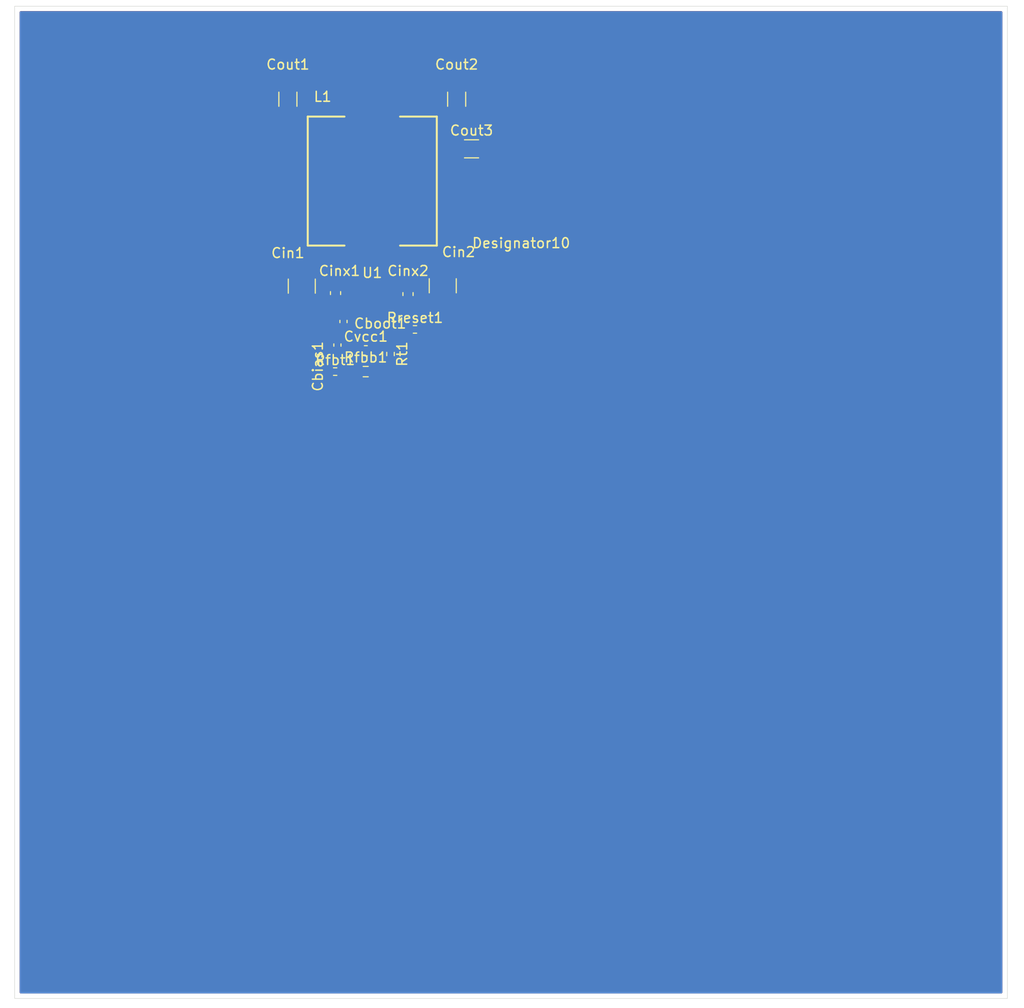
<source format=kicad_pcb>
(kicad_pcb (version 20241229) (generator "pcbnew") (generator_version "9.0")
  (layers (0 "F.Cu" mixed) (4 "In1.Cu" mixed) (6 "In2.Cu" power) (2 "B.Cu" power) (13 "F.Paste" user) (15 "B.Paste" user) (5 "F.SilkS" user "F.Silkscreen") (7 "B.SilkS" user "B.Silkscreen") (1 "F.Mask" user) (3 "B.Mask" user) (25 "Edge.Cuts" user))
  (net 0 "")
  (net 1 "GND")
  (net 2 "Vo1")
  (net 3 "Net-(U1-CBOOT)")
  (net 4 "Net-(U1-SW)")
  (net 5 "VIN")
  (net 6 "Net-(U1-VCC)")
  (net 7 "Net-(U1-FB)")
  (net 8 "Net-(U1-RESET)")
  (net 9 "Net-(U1-RT)")
  (net 10 "EN1")
  (footprint "Capacitor_SMD:C_0402_1005Metric_Pad0.74x0.62mm_HandSolder" (layer "F.Cu") (at 108.987999 87.275 -90)
    (property "Reference" "Cbias1" (at 2.15 1.975 90) (layer "F.SilkS"))
    (property "Value" "100n")
    (fp_line (start -0.115835 0.36) (end 0.115835 0.36) (stroke (width 0.12)) (layer "F.SilkS"))
    (fp_line (start -0.115835 -0.36) (end 0.115835 -0.36) (stroke (width 0.12)) (layer "F.SilkS"))
    (pad "1" smd roundrect (at -0.5675 0 270) (size 0.735 0.62) (layers "F.Cu" "F.Mask" "F.Paste") (net 2 "Vo1"))
    (pad "2" smd roundrect (at 0.5675 0 270) (size 0.735 0.62) (layers "F.Cu" "F.Mask" "F.Paste") (net 1 "GND"))
  )
  (footprint "Capacitor_SMD:C_0402_1005Metric_Pad0.74x0.62mm_HandSolder" (layer "F.Cu") (at 109.6 84.9 -90)
    (property "Reference" "Cboot1" (at 0.2 -3.7 0) (layer "F.SilkS"))
    (property "Value" "100n")
    (fp_line (start -0.115835 0.36) (end 0.115835 0.36) (stroke (width 0.12)) (layer "F.SilkS"))
    (fp_line (start -0.115835 -0.36) (end 0.115835 -0.36) (stroke (width 0.12)) (layer "F.SilkS"))
    (pad "1" smd roundrect (at -0.5675 0 270) (size 0.735 0.62) (layers "F.Cu" "F.Mask" "F.Paste") (net 4 "Net-(U1-SW)"))
    (pad "2" smd roundrect (at 0.5675 0 270) (size 0.735 0.62) (layers "F.Cu" "F.Mask" "F.Paste") (net 3 "Net-(U1-CBOOT)"))
  )
  (footprint "Resistor_SMD:R_0402_1005Metric_Pad0.72x0.64mm_HandSolder" (layer "F.Cu") (at 114.337999 88.1775 -90)
    (property "Reference" "Rt1" (at 0 -1.17 90) (layer "F.SilkS"))
    (property "Value" "53.6k")
    (fp_line (start -0.167621 0.38) (end 0.167621 0.38) (stroke (width 0.12)) (layer "F.SilkS"))
    (fp_line (start -0.167621 -0.38) (end 0.167621 -0.38) (stroke (width 0.12)) (layer "F.SilkS"))
    (pad "1" smd roundrect (at -0.5975 0 270) (size 0.715 0.64) (layers "F.Cu" "F.Mask" "F.Paste") (net 9 "Net-(U1-RT)"))
    (pad "2" smd roundrect (at 0.5975 0 270) (size 0.715 0.64) (layers "F.Cu" "F.Mask" "F.Paste") (net 1 "GND"))
  )
  (footprint "Capacitor_SMD:C_1206_3216Metric_Pad1.33x1.80mm_HandSolder" (layer "F.Cu") (at 104 62.5 90)
    (property "Reference" "Cout1" (at 3.5 0 180) (layer "F.SilkS"))
    (property "Value" "10u")
    (fp_line (start -0.711252 -0.91) (end 0.711252 -0.91) (stroke (width 0.12)) (layer "F.SilkS"))
    (fp_line (start -0.711252 0.91) (end 0.711252 0.91) (stroke (width 0.12)) (layer "F.SilkS"))
    (pad "1" smd roundrect (at -1.5625 0 90) (size 1.325 1.8) (layers "F.Cu" "F.Mask" "F.Paste") (roundrect_rratio 0.188679) (net 2 "Vo1"))
    (pad "2" smd roundrect (at 1.5625 0 90) (size 1.325 1.8) (layers "F.Cu" "F.Mask" "F.Paste") (roundrect_rratio 0.188679) (net 1 "GND"))
  )
  (footprint "Capacitor_SMD:C_0603_1608Metric_Pad1.08x0.95mm_HandSolder" (layer "F.Cu") (at 111.850499 87.85)
    (property "Reference" "Cvcc1" (at 0 -1.43 0) (layer "F.SilkS"))
    (property "Value" "1u")
    (fp_line (start -0.146267 -0.51) (end 0.146267 -0.51) (stroke (width 0.12)) (layer "F.SilkS"))
    (fp_line (start -0.146267 0.51) (end 0.146267 0.51) (stroke (width 0.12)) (layer "F.SilkS"))
    (pad "1" smd roundrect (at -0.8625 0) (size 1.075 0.95) (layers "F.Cu" "F.Mask" "F.Paste") (net 6 "Net-(U1-VCC)"))
    (pad "2" smd roundrect (at 0.8625 0) (size 1.075 0.95) (layers "F.Cu" "F.Mask" "F.Paste") (net 1 "GND"))
  )
  (footprint "Capacitor_SMD:C_1210_3225Metric_Pad1.33x2.70mm_HandSolder" (layer "F.Cu") (at 105.4 81.3375 90)
    (property "Reference" "Cin1" (at 3.3375 -1.4 180) (layer "F.SilkS"))
    (property "Value" "10u")
    (fp_line (start -0.711252 -1.36) (end 0.711252 -1.36) (stroke (width 0.12)) (layer "F.SilkS"))
    (fp_line (start -0.711252 1.36) (end 0.711252 1.36) (stroke (width 0.12)) (layer "F.SilkS"))
    (pad "1" smd roundrect (at -1.5625 0 90) (size 1.325 2.7) (layers "F.Cu" "F.Mask" "F.Paste") (roundrect_rratio 0.188679) (net 5 "VIN"))
    (pad "2" smd roundrect (at 1.5625 0 90) (size 1.325 2.7) (layers "F.Cu" "F.Mask" "F.Paste") (roundrect_rratio 0.188679) (net 1 "GND"))
  )
  (footprint "Library1:RPH0016A" (layer "F.Cu") (at 112.5 83.5)
    (property "Reference" "U1" (at 0 -3.5 0) (layer "F.SilkS"))
    (property "Value" "LM61480QRPHRQ1")
    (fp_poly (pts (xy -1.950001 -1.400002) (xy -1.950001 -2.050001) (xy -1.900001 -2.100001) (xy -1.650002 -2.100001) (xy -1.600002 -2.150001) (xy -1.600002 -2.4) (xy -1.550002 -2.45) (xy -0.850001 -2.45) (xy -0.800001 -2.4) (xy -0.800001 -1.400002) (xy -0.850001 -1.350002) (xy -1.900001 -1.350002)) (fill yes) (layer "F.Cu"))
    (fp_poly (pts (xy -1.950001 2.049998) (xy -1.900001 2.099998) (xy -1.650002 2.099998) (xy -1.600002 2.149998) (xy -1.600002 2.399998) (xy -1.550002 2.449998) (xy -0.900001 2.449998) (xy -0.850001 2.399998) (xy -0.850001 1.949999) (xy -0.900001 1.899999) (xy -1.900001 1.899999) (xy -1.950001 1.949999)) (fill yes) (layer "F.Cu"))
    (fp_poly (pts (xy 1.950001 -1.400002) (xy 1.950001 -2.050001) (xy 1.900001 -2.100001) (xy 1.650002 -2.100001) (xy 1.600002 -2.150001) (xy 1.600002 -2.4) (xy 1.550002 -2.45) (xy 0.850001 -2.45) (xy 0.800001 -2.4) (xy 0.800001 -1.400002) (xy 0.850001 -1.350002) (xy 1.900001 -1.350002)) (fill yes) (layer "F.Cu"))
    (fp_poly (pts (xy 1.950001 2.049998) (xy 1.900001 2.099998) (xy 1.650002 2.099998) (xy 1.600002 2.149998) (xy 1.600002 2.399998) (xy 1.550002 2.449998) (xy 0.900001 2.449998) (xy 0.850001 2.399998) (xy 0.850001 1.949999) (xy 0.900001 1.899999) (xy 1.900001 1.899999) (xy 1.950001 1.949999)) (fill yes) (layer "F.Cu"))
    (fp_text user "Designator10" (at 15 -6.5 0) (layer "F.SilkS"))
    (pad "1" smd rect (at -1.375001 -1.899999) (size 0.249999 0.249999) (layers "F.Cu" "F.Mask") (net 1 "GND"))
    (pad "2" smd rect (at -1.412999 -0.549999) (size 1.074999 0.399999) (layers "F.Cu" "F.Mask" "F.Paste") (net 5 "VIN"))
    (pad "3" smd rect (at -1.538 0.525) (size 0.825 0.249999) (layers "F.Cu" "F.Mask" "F.Paste") (net 3 "Net-(U1-CBOOT)"))
    (pad "4" smd rect (at -1.538 1.024999) (size 0.825 0.249999) (layers "F.Cu" "F.Mask" "F.Paste") (net 3 "Net-(U1-CBOOT)"))
    (pad "5" smd rect (at -1.538 1.525001) (size 0.825 0.249999) (layers "F.Cu" "F.Mask" "F.Paste") (net 2 "Vo1"))
    (pad "6" smd rect (at -1.4 2.174999) (size 0.249999 0.249999) (layers "F.Cu" "F.Mask") (net 6 "Net-(U1-VCC)"))
    (pad "7" smd rect (at -0.499999 2.113001 90) (size 0.675 0.249999) (layers "F.Cu" "F.Mask" "F.Paste") (net 7 "Net-(U1-FB)"))
    (pad "8" smd rect (at 0 2.037999 90) (size 0.825 0.249999) (layers "F.Cu" "F.Mask" "F.Paste") (net 1 "GND"))
    (pad "9" smd rect (at 0.499999 2.113001 90) (size 0.675 0.249999) (layers "F.Cu" "F.Mask" "F.Paste") (net 9 "Net-(U1-RT)"))
    (pad "10" smd rect (at 1.4 2.174999) (size 0.249999 0.249999) (layers "F.Cu" "F.Mask") (net 8 "Net-(U1-RESET)"))
    (pad "11" smd rect (at 1.538 1.525001) (size 0.825 0.249999) (layers "F.Cu" "F.Mask" "F.Paste") (net 1 "GND"))
    (pad "12" smd rect (at 1.538 1.024999) (size 0.825 0.249999) (layers "F.Cu" "F.Mask" "F.Paste") (net 1 "GND"))
    (pad "13" smd rect (at 1.538 0.525) (size 0.825 0.249999) (layers "F.Cu" "F.Mask" "F.Paste") (net 10 "EN1"))
    (pad "14" smd rect (at 1.412999 -0.549999) (size 1.074999 0.399999) (layers "F.Cu" "F.Mask" "F.Paste") (net 5 "VIN"))
    (pad "15" smd rect (at 1.375001 -1.899999) (size 0.249999 0.249999) (layers "F.Cu" "F.Mask") (net 1 "GND"))
    (pad "16" smd rect (at 0 -0.963 90) (size 2.975 0.349999) (layers "F.Cu" "F.Mask" "F.Paste") (net 4 "Net-(U1-SW)"))
  )
  (footprint "Library1:WE-HCI_1365" (layer "F.Cu") (at 112.5 70.75 90)
    (property "Reference" "L1" (at 8.5 -5 180) (layer "F.SilkS"))
    (property "Value" "L")
    (fp_line (start 6.5 -6.5) (end 6.5 -2.8) (stroke (width 0.2)) (layer "F.SilkS"))
    (fp_line (start -6.5 -6.5) (end 6.5 -6.5) (stroke (width 0.2)) (layer "F.SilkS"))
    (fp_line (start -6.5 -2.8) (end -6.5 -6.5) (stroke (width 0.2)) (layer "F.SilkS"))
    (fp_line (start -6.5 2.8) (end -6.5 6.5) (stroke (width 0.2)) (layer "F.SilkS"))
    (fp_line (start 6.5 6.5) (end 6.5 2.8) (stroke (width 0.2)) (layer "F.SilkS"))
    (fp_line (start -6.5 6.5) (end 6.5 6.5) (stroke (width 0.2)) (layer "F.SilkS"))
    (pad "1" smd rect (at -5.25 0 90) (size 4.5 5) (layers "F.Cu" "F.Mask" "F.Paste") (net 4 "Net-(U1-SW)"))
    (pad "2" smd rect (at 5.25 0 90) (size 4.5 5) (layers "F.Cu" "F.Mask" "F.Paste") (net 2 "Vo1"))
  )
  (footprint "Resistor_SMD:R_0402_1005Metric_Pad0.72x0.64mm_HandSolder" (layer "F.Cu") (at 116.8 85.7)
    (property "Reference" "Rreset1" (at 0 -1.17 0) (layer "F.SilkS"))
    (property "Value" "100k")
    (fp_line (start -0.167621 -0.38) (end 0.167621 -0.38) (stroke (width 0.12)) (layer "F.SilkS"))
    (fp_line (start -0.167621 0.38) (end 0.167621 0.38) (stroke (width 0.12)) (layer "F.SilkS"))
    (pad "1" smd roundrect (at -0.5975 0) (size 0.715 0.64) (layers "F.Cu" "F.Mask" "F.Paste") (net 8 "Net-(U1-RESET)"))
    (pad "2" smd roundrect (at 0.5975 0) (size 0.715 0.64) (layers "F.Cu" "F.Mask" "F.Paste") (net 2 "Vo1"))
  )
  (footprint "Capacitor_SMD:C_0603_1608Metric_Pad1.08x0.95mm_HandSolder" (layer "F.Cu") (at 108.8 82.0375 90)
    (property "Reference" "Cinx1" (at 2.2375 0.4 180) (layer "F.SilkS"))
    (property "Value" "1u")
    (fp_line (start -0.146267 -0.51) (end 0.146267 -0.51) (stroke (width 0.12)) (layer "F.SilkS"))
    (fp_line (start -0.146267 0.51) (end 0.146267 0.51) (stroke (width 0.12)) (layer "F.SilkS"))
    (pad "1" smd roundrect (at -0.8625 0 90) (size 1.075 0.95) (layers "F.Cu" "F.Mask" "F.Paste") (net 5 "VIN"))
    (pad "2" smd roundrect (at 0.8625 0 90) (size 1.075 0.95) (layers "F.Cu" "F.Mask" "F.Paste") (net 1 "GND"))
  )
  (footprint "Capacitor_SMD:C_1206_3216Metric_Pad1.33x1.80mm_HandSolder" (layer "F.Cu") (at 121 62.5 90)
    (property "Reference" "Cout2" (at 3.5 0 180) (layer "F.SilkS"))
    (property "Value" "10u")
    (fp_line (start -0.711252 -0.91) (end 0.711252 -0.91) (stroke (width 0.12)) (layer "F.SilkS"))
    (fp_line (start -0.711252 0.91) (end 0.711252 0.91) (stroke (width 0.12)) (layer "F.SilkS"))
    (pad "1" smd roundrect (at -1.5625 0 90) (size 1.325 1.8) (layers "F.Cu" "F.Mask" "F.Paste") (roundrect_rratio 0.188679) (net 2 "Vo1"))
    (pad "2" smd roundrect (at 1.5625 0 90) (size 1.325 1.8) (layers "F.Cu" "F.Mask" "F.Paste") (roundrect_rratio 0.188679) (net 1 "GND"))
  )
  (footprint "Capacitor_SMD:C_1206_3216Metric_Pad1.33x1.80mm_HandSolder" (layer "F.Cu") (at 122.5 67.5)
    (property "Reference" "Cout3" (at 0 -1.85 0) (layer "F.SilkS"))
    (property "Value" "1u")
    (fp_line (start -0.711252 -0.91) (end 0.711252 -0.91) (stroke (width 0.12)) (layer "F.SilkS"))
    (fp_line (start -0.711252 0.91) (end 0.711252 0.91) (stroke (width 0.12)) (layer "F.SilkS"))
    (pad "1" smd roundrect (at -1.5625 0) (size 1.325 1.8) (layers "F.Cu" "F.Mask" "F.Paste") (roundrect_rratio 0.188679) (net 2 "Vo1"))
    (pad "2" smd roundrect (at 1.5625 0) (size 1.325 1.8) (layers "F.Cu" "F.Mask" "F.Paste") (roundrect_rratio 0.188679) (net 1 "GND"))
  )
  (footprint "Resistor_SMD:R_0603_1608Metric_Pad0.98x0.95mm_HandSolder" (layer "F.Cu") (at 111.837999 89.95)
    (property "Reference" "Rfbb1" (at 0 -1.43 0) (layer "F.SilkS"))
    (property "Value" "24.9k")
    (fp_line (start -0.254724 -0.5225) (end 0.254724 -0.5225) (stroke (width 0.12)) (layer "F.SilkS"))
    (fp_line (start -0.254724 0.5225) (end 0.254724 0.5225) (stroke (width 0.12)) (layer "F.SilkS"))
    (pad "1" smd roundrect (at -0.9125 0) (size 0.975 0.95) (layers "F.Cu" "F.Mask" "F.Paste") (net 7 "Net-(U1-FB)"))
    (pad "2" smd roundrect (at 0.9125 0) (size 0.975 0.95) (layers "F.Cu" "F.Mask" "F.Paste") (net 1 "GND"))
  )
  (footprint "Capacitor_SMD:C_1210_3225Metric_Pad1.33x2.70mm_HandSolder" (layer "F.Cu") (at 119.6 81.3 90)
    (property "Reference" "Cin2" (at 3.4 1.6 180) (layer "F.SilkS"))
    (property "Value" "10u")
    (fp_line (start -0.711252 -1.36) (end 0.711252 -1.36) (stroke (width 0.12)) (layer "F.SilkS"))
    (fp_line (start -0.711252 1.36) (end 0.711252 1.36) (stroke (width 0.12)) (layer "F.SilkS"))
    (pad "1" smd roundrect (at -1.5625 0 90) (size 1.325 2.7) (layers "F.Cu" "F.Mask" "F.Paste") (roundrect_rratio 0.188679) (net 5 "VIN"))
    (pad "2" smd roundrect (at 1.5625 0 90) (size 1.325 2.7) (layers "F.Cu" "F.Mask" "F.Paste") (roundrect_rratio 0.188679) (net 1 "GND"))
  )
  (footprint "Resistor_SMD:R_0402_1005Metric_Pad0.72x0.64mm_HandSolder" (layer "F.Cu") (at 108.760499 89.95)
    (property "Reference" "Rfbt1" (at 0 -1.17 0) (layer "F.SilkS"))
    (property "Value" "100k")
    (fp_line (start -0.167621 -0.38) (end 0.167621 -0.38) (stroke (width 0.12)) (layer "F.SilkS"))
    (fp_line (start -0.167621 0.38) (end 0.167621 0.38) (stroke (width 0.12)) (layer "F.SilkS"))
    (pad "1" smd roundrect (at -0.5975 0) (size 0.715 0.64) (layers "F.Cu" "F.Mask" "F.Paste") (net 2 "Vo1"))
    (pad "2" smd roundrect (at 0.5975 0) (size 0.715 0.64) (layers "F.Cu" "F.Mask" "F.Paste") (net 7 "Net-(U1-FB)"))
  )
  (footprint "Capacitor_SMD:C_0603_1608Metric_Pad1.08x0.95mm_HandSolder" (layer "F.Cu") (at 116.1 82.1375 90)
    (property "Reference" "Cinx2" (at 2.3375 0 180) (layer "F.SilkS"))
    (property "Value" "1u")
    (fp_line (start -0.146267 -0.51) (end 0.146267 -0.51) (stroke (width 0.12)) (layer "F.SilkS"))
    (fp_line (start -0.146267 0.51) (end 0.146267 0.51) (stroke (width 0.12)) (layer "F.SilkS"))
    (pad "1" smd roundrect (at -0.8625 0 90) (size 1.075 0.95) (layers "F.Cu" "F.Mask" "F.Paste") (net 5 "VIN"))
    (pad "2" smd roundrect (at 0.8625 0 90) (size 1.075 0.95) (layers "F.Cu" "F.Mask" "F.Paste") (net 1 "GND"))
  )
  (gr_rect (start 76.475 53.125) (end 176.475 153.125) (stroke (width 0.05)) (fill no) (layer "Edge.Cuts"))
  (segment (start 109.376676 86.7075) (end 108.987999 86.7075) (width 0.2) (layer "F.Cu") (net 2))
  (segment (start 110.211 85.873176) (end 109.376676 86.7075) (width 0.2) (layer "F.Cu") (net 2))
  (segment (start 110.211 85.363318) (end 110.211 85.873176) (width 0.2) (layer "F.Cu") (net 2))
  (segment (start 110.549317 85.025001) (end 110.211 85.363318) (width 0.2) (layer "F.Cu") (net 2))
  (segment (start 110.962 85.025001) (end 110.549317 85.025001) (width 0.2) (layer "F.Cu") (net 2))
  (segment (start 109.6 85.2) (end 109.799 85.001) (width 0.2) (layer "F.Cu") (net 3))
  (segment (start 110.424177 84.524999) (end 110.962 84.524999) (width 0.2) (layer "F.Cu") (net 3))
  (segment (start 110.962 84.524999) (end 110.962 84.025) (width 0.2) (layer "F.Cu") (net 3))
  (segment (start 109.6 85.4675) (end 109.6 85.2) (width 0.2) (layer "F.Cu") (net 3))
  (segment (start 109.799 85.001) (end 109.948176 85.001) (width 0.2) (layer "F.Cu") (net 3))
  (segment (start 109.948176 85.001) (end 110.424177 84.524999) (width 0.2) (layer "F.Cu") (net 3))
  (segment (start 112.1 83.6) (end 112.5 83.2) (width 0.2) (layer "F.Cu") (net 4))
  (segment (start 109.6 84.01625) (end 110.01625 83.6) (width 0.2) (layer "F.Cu") (net 4))
  (segment (start 110.01625 83.6) (end 112.1 83.6) (width 0.2) (layer "F.Cu") (net 4))
  (segment (start 109.6 84.3325) (end 109.6 84.01625) (width 0.2) (layer "F.Cu") (net 4))
  (segment (start 112.5 83.2) (end 112.5 82.537) (width 0.2) (layer "F.Cu") (net 4))
  (zone (net 4) (net_name "Net-(U1-SW)") (layer "F.Cu") (priority 2) (connect_pads yes (clearance 0.5)) (min_thickness 0.25) (fill yes (thermal_gap 0.5) (thermal_bridge_width 0.5))
    (polygon (pts (xy 112.1 84.2) (xy 112.9 84.2) (xy 112.9 80.9) (xy 115.5 78.5) (xy 115.5 73.3) (xy 109.5 73.3) (xy 109.5 78.5) (xy 112.1 80.9)))
  )
  (zone (net 5) (net_name "VIN") (layer "F.Cu") (priority 3) (connect_pads yes (clearance 0.5)) (min_thickness 0.25) (fill yes (thermal_gap 0.5) (thermal_bridge_width 0.5))
    (polygon (pts (xy 121.2 82.1) (xy 115.666668 82.1) (xy 114.5 82.6) (xy 113.4 82.6) (xy 113.4 83.3) (xy 114.349999 83.3) (xy 115.100001 83.8) (xy 121.2 83.8)))
  )
  (zone (net 5) (net_name "VIN") (layer "F.Cu") (priority 3) (connect_pads yes (clearance 0.2)) (min_thickness 0.25) (fill yes (thermal_gap 0.5) (thermal_bridge_width 0.5))
    (polygon (pts (xy 103.8 83.7) (xy 108.966666 83.7) (xy 110.133334 83.2) (xy 111.7 83.2) (xy 111.7 82.6) (xy 110.550001 82.6) (xy 109.499999 81.9) (xy 103.8 81.9)))
  )
  (zone (net 1) (net_name "GND") (layer "F.Cu") (connect_pads yes (clearance 0.3)) (min_thickness 0.25) (fill yes (thermal_gap 0.5) (thermal_bridge_width 0.5))
    (polygon (pts (xy 75 52.5) (xy 177.95 52.525) (xy 178.15 154.1) (xy 75.05 154.075)))
  )
  (zone (net 2) (net_name "Vo1") (layer "F.Cu") (priority 2) (connect_pads yes (clearance 0.5)) (min_thickness 0.25) (fill yes (thermal_gap 0.5) (thermal_bridge_width 0.5))
    (polygon (pts (xy 105.513885 66.2) (xy 109.513885 67.7) (xy 115.013885 67.7) (xy 117.513886 68.45) (xy 122.5 68.45) (xy 122.5 65.35829) (xy 122.5 64.80369) (xy 122.5 62.7) (xy 115.5 62.7) (xy 105.8 62.7) (xy 102.363885 62.7) (xy 102.363885 66.18) (xy 104.013885 66.2)))
  )
  (zone (net 1) (net_name "GND") (layer "B.Cu") (priority 1) (connect_pads (clearance 0.5)) (min_thickness 0.25) (fill yes (thermal_gap 0.5) (thermal_bridge_width 0.5))
    (polygon (pts (xy 75 52.5) (xy 177.95 52.525) (xy 178.15 154.1) (xy 75.05 154.075)))
  )
)
</source>
